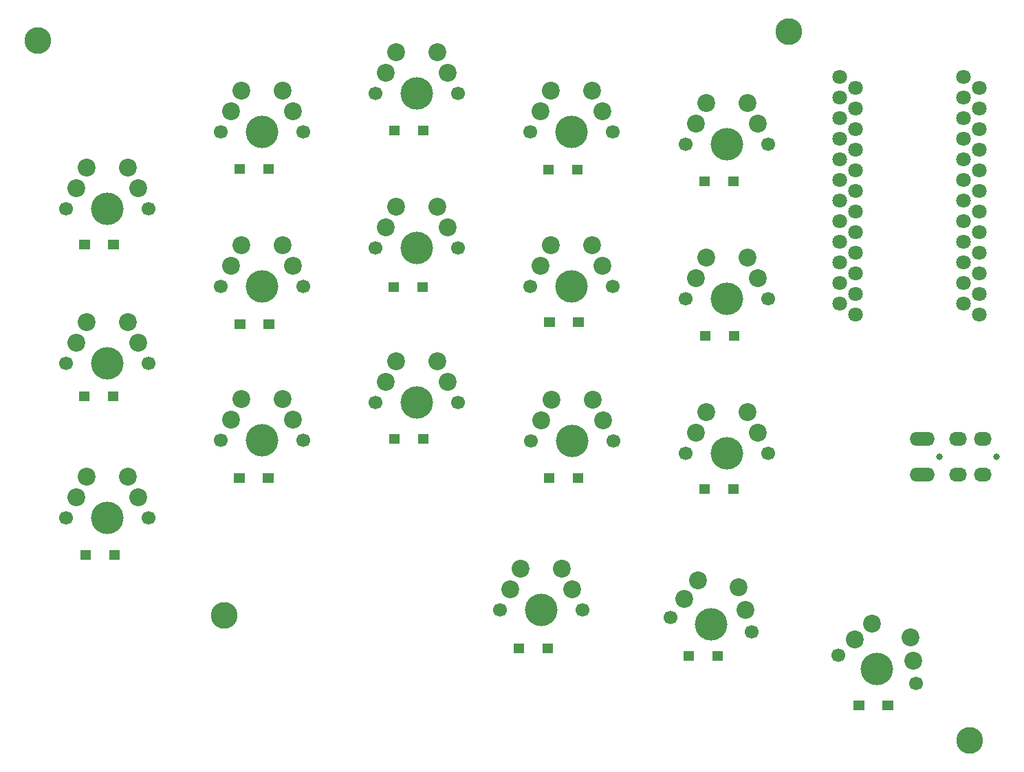
<source format=gbr>
%TF.GenerationSoftware,KiCad,Pcbnew,(6.0.8)*%
%TF.CreationDate,2023-01-31T20:26:13+04:00*%
%TF.ProjectId,keyboard-double_side,6b657962-6f61-4726-942d-646f75626c65,rev?*%
%TF.SameCoordinates,Original*%
%TF.FileFunction,Soldermask,Bot*%
%TF.FilePolarity,Negative*%
%FSLAX46Y46*%
G04 Gerber Fmt 4.6, Leading zero omitted, Abs format (unit mm)*
G04 Created by KiCad (PCBNEW (6.0.8)) date 2023-01-31 20:26:13*
%MOMM*%
%LPD*%
G01*
G04 APERTURE LIST*
%ADD10C,0.100000*%
%ADD11C,1.700000*%
%ADD12C,4.000000*%
%ADD13C,2.200000*%
%ADD14C,3.300000*%
%ADD15C,1.800000*%
%ADD16C,0.800000*%
%ADD17O,3.100000X1.700000*%
%ADD18O,2.200000X1.700000*%
G04 APERTURE END LIST*
%TO.C,D1*%
G36*
X85355274Y-95450511D02*
G01*
X84155274Y-95450511D01*
X84155274Y-94350511D01*
X85355274Y-94350511D01*
X85355274Y-95450511D01*
G37*
D10*
X85355274Y-95450511D02*
X84155274Y-95450511D01*
X84155274Y-94350511D01*
X85355274Y-94350511D01*
X85355274Y-95450511D01*
G36*
X81800000Y-95450000D02*
G01*
X80600000Y-95450000D01*
X80600000Y-94350000D01*
X81800000Y-94350000D01*
X81800000Y-95450000D01*
G37*
X81800000Y-95450000D02*
X80600000Y-95450000D01*
X80600000Y-94350000D01*
X81800000Y-94350000D01*
X81800000Y-95450000D01*
%TO.C,D11*%
G36*
X138925000Y-86225000D02*
G01*
X137725000Y-86225000D01*
X137725000Y-85125000D01*
X138925000Y-85125000D01*
X138925000Y-86225000D01*
G37*
X138925000Y-86225000D02*
X137725000Y-86225000D01*
X137725000Y-85125000D01*
X138925000Y-85125000D01*
X138925000Y-86225000D01*
G36*
X142480274Y-86225511D02*
G01*
X141280274Y-86225511D01*
X141280274Y-85125511D01*
X142480274Y-85125511D01*
X142480274Y-86225511D01*
G37*
X142480274Y-86225511D02*
X141280274Y-86225511D01*
X141280274Y-85125511D01*
X142480274Y-85125511D01*
X142480274Y-86225511D01*
%TO.C,D10*%
G36*
X138830274Y-145200511D02*
G01*
X137630274Y-145200511D01*
X137630274Y-144100511D01*
X138830274Y-144100511D01*
X138830274Y-145200511D01*
G37*
X138830274Y-145200511D02*
X137630274Y-145200511D01*
X137630274Y-144100511D01*
X138830274Y-144100511D01*
X138830274Y-145200511D01*
G36*
X135275000Y-145200000D02*
G01*
X134075000Y-145200000D01*
X134075000Y-144100000D01*
X135275000Y-144100000D01*
X135275000Y-145200000D01*
G37*
X135275000Y-145200000D02*
X134075000Y-145200000D01*
X134075000Y-144100000D01*
X135275000Y-144100000D01*
X135275000Y-145200000D01*
%TO.C,D2*%
G36*
X85330274Y-114125511D02*
G01*
X84130274Y-114125511D01*
X84130274Y-113025511D01*
X85330274Y-113025511D01*
X85330274Y-114125511D01*
G37*
X85330274Y-114125511D02*
X84130274Y-114125511D01*
X84130274Y-113025511D01*
X85330274Y-113025511D01*
X85330274Y-114125511D01*
G36*
X81775000Y-114125000D02*
G01*
X80575000Y-114125000D01*
X80575000Y-113025000D01*
X81775000Y-113025000D01*
X81775000Y-114125000D01*
G37*
X81775000Y-114125000D02*
X80575000Y-114125000D01*
X80575000Y-113025000D01*
X81775000Y-113025000D01*
X81775000Y-114125000D01*
%TO.C,D4*%
G36*
X100900000Y-86150000D02*
G01*
X99700000Y-86150000D01*
X99700000Y-85050000D01*
X100900000Y-85050000D01*
X100900000Y-86150000D01*
G37*
X100900000Y-86150000D02*
X99700000Y-86150000D01*
X99700000Y-85050000D01*
X100900000Y-85050000D01*
X100900000Y-86150000D01*
G36*
X104455274Y-86150511D02*
G01*
X103255274Y-86150511D01*
X103255274Y-85050511D01*
X104455274Y-85050511D01*
X104455274Y-86150511D01*
G37*
X104455274Y-86150511D02*
X103255274Y-86150511D01*
X103255274Y-85050511D01*
X104455274Y-85050511D01*
X104455274Y-86150511D01*
%TO.C,D3*%
G36*
X81900000Y-133700000D02*
G01*
X80700000Y-133700000D01*
X80700000Y-132600000D01*
X81900000Y-132600000D01*
X81900000Y-133700000D01*
G37*
X81900000Y-133700000D02*
X80700000Y-133700000D01*
X80700000Y-132600000D01*
X81900000Y-132600000D01*
X81900000Y-133700000D01*
G36*
X85455274Y-133700511D02*
G01*
X84255274Y-133700511D01*
X84255274Y-132600511D01*
X85455274Y-132600511D01*
X85455274Y-133700511D01*
G37*
X85455274Y-133700511D02*
X84255274Y-133700511D01*
X84255274Y-132600511D01*
X85455274Y-132600511D01*
X85455274Y-133700511D01*
%TO.C,D15*%
G36*
X158150000Y-87675000D02*
G01*
X156950000Y-87675000D01*
X156950000Y-86575000D01*
X158150000Y-86575000D01*
X158150000Y-87675000D01*
G37*
X158150000Y-87675000D02*
X156950000Y-87675000D01*
X156950000Y-86575000D01*
X158150000Y-86575000D01*
X158150000Y-87675000D01*
G36*
X161705274Y-87675511D02*
G01*
X160505274Y-87675511D01*
X160505274Y-86575511D01*
X161705274Y-86575511D01*
X161705274Y-87675511D01*
G37*
X161705274Y-87675511D02*
X160505274Y-87675511D01*
X160505274Y-86575511D01*
X161705274Y-86575511D01*
X161705274Y-87675511D01*
%TO.C,D8*%
G36*
X123430274Y-100700511D02*
G01*
X122230274Y-100700511D01*
X122230274Y-99600511D01*
X123430274Y-99600511D01*
X123430274Y-100700511D01*
G37*
X123430274Y-100700511D02*
X122230274Y-100700511D01*
X122230274Y-99600511D01*
X123430274Y-99600511D01*
X123430274Y-100700511D01*
G36*
X119875000Y-100700000D02*
G01*
X118675000Y-100700000D01*
X118675000Y-99600000D01*
X119875000Y-99600000D01*
X119875000Y-100700000D01*
G37*
X119875000Y-100700000D02*
X118675000Y-100700000D01*
X118675000Y-99600000D01*
X119875000Y-99600000D01*
X119875000Y-100700000D01*
%TO.C,D6*%
G36*
X104405274Y-124250511D02*
G01*
X103205274Y-124250511D01*
X103205274Y-123150511D01*
X104405274Y-123150511D01*
X104405274Y-124250511D01*
G37*
X104405274Y-124250511D02*
X103205274Y-124250511D01*
X103205274Y-123150511D01*
X104405274Y-123150511D01*
X104405274Y-124250511D01*
G36*
X100850000Y-124250000D02*
G01*
X99650000Y-124250000D01*
X99650000Y-123150000D01*
X100850000Y-123150000D01*
X100850000Y-124250000D01*
G37*
X100850000Y-124250000D02*
X99650000Y-124250000D01*
X99650000Y-123150000D01*
X100850000Y-123150000D01*
X100850000Y-124250000D01*
%TO.C,D7*%
G36*
X119925000Y-81350000D02*
G01*
X118725000Y-81350000D01*
X118725000Y-80250000D01*
X119925000Y-80250000D01*
X119925000Y-81350000D01*
G37*
X119925000Y-81350000D02*
X118725000Y-81350000D01*
X118725000Y-80250000D01*
X119925000Y-80250000D01*
X119925000Y-81350000D01*
G36*
X123480274Y-81350511D02*
G01*
X122280274Y-81350511D01*
X122280274Y-80250511D01*
X123480274Y-80250511D01*
X123480274Y-81350511D01*
G37*
X123480274Y-81350511D02*
X122280274Y-81350511D01*
X122280274Y-80250511D01*
X123480274Y-80250511D01*
X123480274Y-81350511D01*
%TO.C,D16*%
G36*
X158200000Y-106650000D02*
G01*
X157000000Y-106650000D01*
X157000000Y-105550000D01*
X158200000Y-105550000D01*
X158200000Y-106650000D01*
G37*
X158200000Y-106650000D02*
X157000000Y-106650000D01*
X157000000Y-105550000D01*
X158200000Y-105550000D01*
X158200000Y-106650000D01*
G36*
X161755274Y-106650511D02*
G01*
X160555274Y-106650511D01*
X160555274Y-105550511D01*
X161755274Y-105550511D01*
X161755274Y-106650511D01*
G37*
X161755274Y-106650511D02*
X160555274Y-106650511D01*
X160555274Y-105550511D01*
X161755274Y-105550511D01*
X161755274Y-106650511D01*
%TO.C,D5*%
G36*
X100925000Y-105275000D02*
G01*
X99725000Y-105275000D01*
X99725000Y-104175000D01*
X100925000Y-104175000D01*
X100925000Y-105275000D01*
G37*
X100925000Y-105275000D02*
X99725000Y-105275000D01*
X99725000Y-104175000D01*
X100925000Y-104175000D01*
X100925000Y-105275000D01*
G36*
X104480274Y-105275511D02*
G01*
X103280274Y-105275511D01*
X103280274Y-104175511D01*
X104480274Y-104175511D01*
X104480274Y-105275511D01*
G37*
X104480274Y-105275511D02*
X103280274Y-105275511D01*
X103280274Y-104175511D01*
X104480274Y-104175511D01*
X104480274Y-105275511D01*
%TO.C,D13*%
G36*
X142530274Y-124225511D02*
G01*
X141330274Y-124225511D01*
X141330274Y-123125511D01*
X142530274Y-123125511D01*
X142530274Y-124225511D01*
G37*
X142530274Y-124225511D02*
X141330274Y-124225511D01*
X141330274Y-123125511D01*
X142530274Y-123125511D01*
X142530274Y-124225511D01*
G36*
X138975000Y-124225000D02*
G01*
X137775000Y-124225000D01*
X137775000Y-123125000D01*
X138975000Y-123125000D01*
X138975000Y-124225000D01*
G37*
X138975000Y-124225000D02*
X137775000Y-124225000D01*
X137775000Y-123125000D01*
X138975000Y-123125000D01*
X138975000Y-124225000D01*
%TO.C,D14*%
G36*
X159705274Y-146150511D02*
G01*
X158505274Y-146150511D01*
X158505274Y-145050511D01*
X159705274Y-145050511D01*
X159705274Y-146150511D01*
G37*
X159705274Y-146150511D02*
X158505274Y-146150511D01*
X158505274Y-145050511D01*
X159705274Y-145050511D01*
X159705274Y-146150511D01*
G36*
X156150000Y-146150000D02*
G01*
X154950000Y-146150000D01*
X154950000Y-145050000D01*
X156150000Y-145050000D01*
X156150000Y-146150000D01*
G37*
X156150000Y-146150000D02*
X154950000Y-146150000D01*
X154950000Y-145050000D01*
X156150000Y-145050000D01*
X156150000Y-146150000D01*
%TO.C,D9*%
G36*
X123505274Y-119425511D02*
G01*
X122305274Y-119425511D01*
X122305274Y-118325511D01*
X123505274Y-118325511D01*
X123505274Y-119425511D01*
G37*
X123505274Y-119425511D02*
X122305274Y-119425511D01*
X122305274Y-118325511D01*
X123505274Y-118325511D01*
X123505274Y-119425511D01*
G36*
X119950000Y-119425000D02*
G01*
X118750000Y-119425000D01*
X118750000Y-118325000D01*
X119950000Y-118325000D01*
X119950000Y-119425000D01*
G37*
X119950000Y-119425000D02*
X118750000Y-119425000D01*
X118750000Y-118325000D01*
X119950000Y-118325000D01*
X119950000Y-119425000D01*
%TO.C,D17*%
G36*
X161655274Y-125600511D02*
G01*
X160455274Y-125600511D01*
X160455274Y-124500511D01*
X161655274Y-124500511D01*
X161655274Y-125600511D01*
G37*
X161655274Y-125600511D02*
X160455274Y-125600511D01*
X160455274Y-124500511D01*
X161655274Y-124500511D01*
X161655274Y-125600511D01*
G36*
X158100000Y-125600000D02*
G01*
X156900000Y-125600000D01*
X156900000Y-124500000D01*
X158100000Y-124500000D01*
X158100000Y-125600000D01*
G37*
X158100000Y-125600000D02*
X156900000Y-125600000D01*
X156900000Y-124500000D01*
X158100000Y-124500000D01*
X158100000Y-125600000D01*
%TO.C,D18*%
G36*
X180680274Y-152250511D02*
G01*
X179480274Y-152250511D01*
X179480274Y-151150511D01*
X180680274Y-151150511D01*
X180680274Y-152250511D01*
G37*
X180680274Y-152250511D02*
X179480274Y-152250511D01*
X179480274Y-151150511D01*
X180680274Y-151150511D01*
X180680274Y-152250511D01*
G36*
X177125000Y-152250000D02*
G01*
X175925000Y-152250000D01*
X175925000Y-151150000D01*
X177125000Y-151150000D01*
X177125000Y-152250000D01*
G37*
X177125000Y-152250000D02*
X175925000Y-152250000D01*
X175925000Y-151150000D01*
X177125000Y-151150000D01*
X177125000Y-152250000D01*
%TO.C,D12*%
G36*
X142580274Y-104975511D02*
G01*
X141380274Y-104975511D01*
X141380274Y-103875511D01*
X142580274Y-103875511D01*
X142580274Y-104975511D01*
G37*
X142580274Y-104975511D02*
X141380274Y-104975511D01*
X141380274Y-103875511D01*
X142580274Y-103875511D01*
X142580274Y-104975511D01*
G36*
X139025000Y-104975000D02*
G01*
X137825000Y-104975000D01*
X137825000Y-103875000D01*
X139025000Y-103875000D01*
X139025000Y-104975000D01*
G37*
X139025000Y-104975000D02*
X137825000Y-104975000D01*
X137825000Y-103875000D01*
X139025000Y-103875000D01*
X139025000Y-104975000D01*
%TD*%
D11*
%TO.C,SW6*%
X97995000Y-119075000D03*
X97995000Y-119075000D03*
X108155000Y-119075000D03*
D12*
X103075000Y-119075000D03*
X103075000Y-119075000D03*
D11*
X108155000Y-119075000D03*
D13*
X100535000Y-113995000D03*
X105615000Y-113995000D03*
X99265000Y-116535000D03*
X106885000Y-116535000D03*
%TD*%
D11*
%TO.C,SW13*%
X136145000Y-119100000D03*
X146305000Y-119100000D03*
D12*
X141225000Y-119100000D03*
D11*
X136145000Y-119100000D03*
D12*
X141225000Y-119100000D03*
D11*
X146305000Y-119100000D03*
D13*
X143765000Y-114020000D03*
X138685000Y-114020000D03*
X145035000Y-116560000D03*
X137415000Y-116560000D03*
%TD*%
D11*
%TO.C,SW9*%
X117072235Y-114421441D03*
X117072235Y-114421441D03*
D12*
X122152235Y-114421441D03*
X122152235Y-114421441D03*
D11*
X127232235Y-114421441D03*
X127232235Y-114421441D03*
D13*
X119612235Y-109341441D03*
X124692235Y-109341441D03*
X125962235Y-111881441D03*
X118342235Y-111881441D03*
%TD*%
D12*
%TO.C,SW11*%
X141175000Y-81000000D03*
D11*
X136095000Y-81000000D03*
D12*
X141175000Y-81000000D03*
D11*
X146255000Y-81000000D03*
X136095000Y-81000000D03*
X146255000Y-81000000D03*
D13*
X143715000Y-75920000D03*
X138635000Y-75920000D03*
X137365000Y-78460000D03*
X144985000Y-78460000D03*
%TD*%
D11*
%TO.C,SW4*%
X108145000Y-80995000D03*
X97985000Y-80995000D03*
D12*
X103065000Y-80995000D03*
D11*
X108145000Y-80995000D03*
X97985000Y-80995000D03*
D12*
X103065000Y-80995000D03*
D13*
X100525000Y-75915000D03*
X105605000Y-75915000D03*
X99255000Y-78455000D03*
X106875000Y-78455000D03*
%TD*%
D11*
%TO.C,SW8*%
X127230000Y-95375000D03*
D12*
X122150000Y-95375000D03*
D11*
X117070000Y-95375000D03*
D12*
X122150000Y-95375000D03*
D11*
X117070000Y-95375000D03*
X127230000Y-95375000D03*
D13*
X124690000Y-90295000D03*
X119610000Y-90295000D03*
X125960000Y-92835000D03*
X118340000Y-92835000D03*
%TD*%
D11*
%TO.C,SW14*%
X153393215Y-140888146D03*
X153393215Y-140888146D03*
X163398862Y-142652412D03*
D12*
X158396039Y-141770279D03*
X158396039Y-141770279D03*
D11*
X163398862Y-142652412D03*
D13*
X161779583Y-137208522D03*
X156776760Y-136326389D03*
X155084987Y-138607268D03*
X162589223Y-139930467D03*
%TD*%
D12*
%TO.C,SW10*%
X137475000Y-139925000D03*
D11*
X132395000Y-139925000D03*
X132395000Y-139925000D03*
D12*
X137475000Y-139925000D03*
D11*
X142555000Y-139925000D03*
X142555000Y-139925000D03*
D13*
X140015000Y-134845000D03*
X134935000Y-134845000D03*
X141285000Y-137385000D03*
X133665000Y-137385000D03*
%TD*%
D11*
%TO.C,SW2*%
X89105000Y-109525000D03*
X89105000Y-109525000D03*
X78945000Y-109525000D03*
D12*
X84025000Y-109525000D03*
D11*
X78945000Y-109525000D03*
D12*
X84025000Y-109525000D03*
D13*
X86565000Y-104445000D03*
X81485000Y-104445000D03*
X80215000Y-106985000D03*
X87835000Y-106985000D03*
%TD*%
D14*
%TO.C,*%
X190175000Y-156025000D03*
%TD*%
D11*
%TO.C,SW1*%
X89105000Y-90475000D03*
X78945000Y-90475000D03*
X78945000Y-90475000D03*
D12*
X84025000Y-90475000D03*
D11*
X89105000Y-90475000D03*
D12*
X84025000Y-90475000D03*
D13*
X86565000Y-85395000D03*
X81485000Y-85395000D03*
X87835000Y-87935000D03*
X80215000Y-87935000D03*
%TD*%
D15*
%TO.C,U2*%
X176135000Y-75595000D03*
X176135000Y-78135000D03*
X176135000Y-80675000D03*
X176135000Y-83215000D03*
X176135000Y-85755000D03*
X176135000Y-88295000D03*
X176135000Y-90835000D03*
X176135000Y-93375000D03*
X176135000Y-95915000D03*
X176135000Y-98455000D03*
X176135000Y-100995000D03*
X176135000Y-103535000D03*
X191375000Y-103535000D03*
X191375000Y-100995000D03*
X191375000Y-98455000D03*
X191375000Y-95915000D03*
X191375000Y-93375000D03*
X191375000Y-90835000D03*
X191375000Y-88295000D03*
X191375000Y-85755000D03*
X191375000Y-83215000D03*
X191375000Y-80675000D03*
X191375000Y-78135000D03*
X191375000Y-75595000D03*
%TD*%
D14*
%TO.C,*%
X98450000Y-140650000D03*
%TD*%
D16*
%TO.C,J1*%
X186475000Y-121075000D03*
X193475000Y-121075000D03*
X193475000Y-121075000D03*
X186475000Y-121075000D03*
D17*
X184325000Y-123275000D03*
X184325000Y-118850000D03*
D18*
X191775000Y-118875000D03*
X191775000Y-123275000D03*
X188775000Y-123275000D03*
X188775000Y-118875000D03*
D17*
X184325000Y-118850000D03*
X184325000Y-123275000D03*
%TD*%
D14*
%TO.C,*%
X167925000Y-68650000D03*
%TD*%
D12*
%TO.C,SW18*%
X178800000Y-147275000D03*
D11*
X183573639Y-149012462D03*
D12*
X178800000Y-147275000D03*
D11*
X174026362Y-145537537D03*
X174026362Y-145537537D03*
X183573639Y-149012462D03*
D13*
X178150643Y-141632630D03*
X182924282Y-143370092D03*
X176088502Y-143585084D03*
X183248960Y-146191277D03*
%TD*%
D11*
%TO.C,SW15*%
X165355000Y-82520000D03*
D12*
X160275000Y-82520000D03*
X160275000Y-82520000D03*
D11*
X165355000Y-82520000D03*
X155195000Y-82520000D03*
X155195000Y-82520000D03*
D13*
X162815000Y-77440000D03*
X157735000Y-77440000D03*
X156465000Y-79980000D03*
X164085000Y-79980000D03*
%TD*%
D12*
%TO.C,SW17*%
X160275000Y-120650000D03*
X160275000Y-120650000D03*
D11*
X155195000Y-120650000D03*
X165355000Y-120650000D03*
X165355000Y-120650000D03*
X155195000Y-120650000D03*
D13*
X162815000Y-115570000D03*
X157735000Y-115570000D03*
X164085000Y-118110000D03*
X156465000Y-118110000D03*
%TD*%
D12*
%TO.C,SW3*%
X84025000Y-128600000D03*
D11*
X89105000Y-128600000D03*
X78945000Y-128600000D03*
X89105000Y-128600000D03*
X78945000Y-128600000D03*
D12*
X84025000Y-128600000D03*
D13*
X86565000Y-123520000D03*
X81485000Y-123520000D03*
X80215000Y-126060000D03*
X87835000Y-126060000D03*
%TD*%
D11*
%TO.C,SW5*%
X108155000Y-100050000D03*
D12*
X103075000Y-100050000D03*
X103075000Y-100050000D03*
D11*
X97995000Y-100050000D03*
X97995000Y-100050000D03*
X108155000Y-100050000D03*
D13*
X100535000Y-94970000D03*
X105615000Y-94970000D03*
X99265000Y-97510000D03*
X106885000Y-97510000D03*
%TD*%
D11*
%TO.C,SW12*%
X136120000Y-100050000D03*
X136120000Y-100050000D03*
X146280000Y-100050000D03*
D12*
X141200000Y-100050000D03*
D11*
X146280000Y-100050000D03*
D12*
X141200000Y-100050000D03*
D13*
X138660000Y-94970000D03*
X143740000Y-94970000D03*
X145010000Y-97510000D03*
X137390000Y-97510000D03*
%TD*%
D11*
%TO.C,SW7*%
X117045000Y-76325000D03*
D12*
X122125000Y-76325000D03*
D11*
X127205000Y-76325000D03*
X127205000Y-76325000D03*
X117045000Y-76325000D03*
D12*
X122125000Y-76325000D03*
D13*
X124665000Y-71245000D03*
X119585000Y-71245000D03*
X118315000Y-73785000D03*
X125935000Y-73785000D03*
%TD*%
D12*
%TO.C,SW16*%
X160275000Y-101600000D03*
D11*
X155195000Y-101600000D03*
D12*
X160275000Y-101600000D03*
D11*
X165355000Y-101600000D03*
X155195000Y-101600000D03*
X165355000Y-101600000D03*
D13*
X157735000Y-96520000D03*
X162815000Y-96520000D03*
X156465000Y-99060000D03*
X164085000Y-99060000D03*
%TD*%
D15*
%TO.C,U1*%
X174210000Y-74295000D03*
X174210000Y-76835000D03*
X174210000Y-79375000D03*
X174210000Y-81915000D03*
X174210000Y-84455000D03*
X174210000Y-86995000D03*
X174210000Y-89535000D03*
X174210000Y-92075000D03*
X174210000Y-94615000D03*
X174210000Y-97155000D03*
X174210000Y-99695000D03*
X174210000Y-102235000D03*
X189450000Y-102235000D03*
X189450000Y-99695000D03*
X189450000Y-97155000D03*
X189450000Y-94615000D03*
X189450000Y-92075000D03*
X189450000Y-89535000D03*
X189450000Y-86995000D03*
X189450000Y-84455000D03*
X189450000Y-81915000D03*
X189450000Y-79375000D03*
X189450000Y-76835000D03*
X189450000Y-74295000D03*
%TD*%
D14*
%TO.C,*%
X75475000Y-69750000D03*
%TD*%
M02*

</source>
